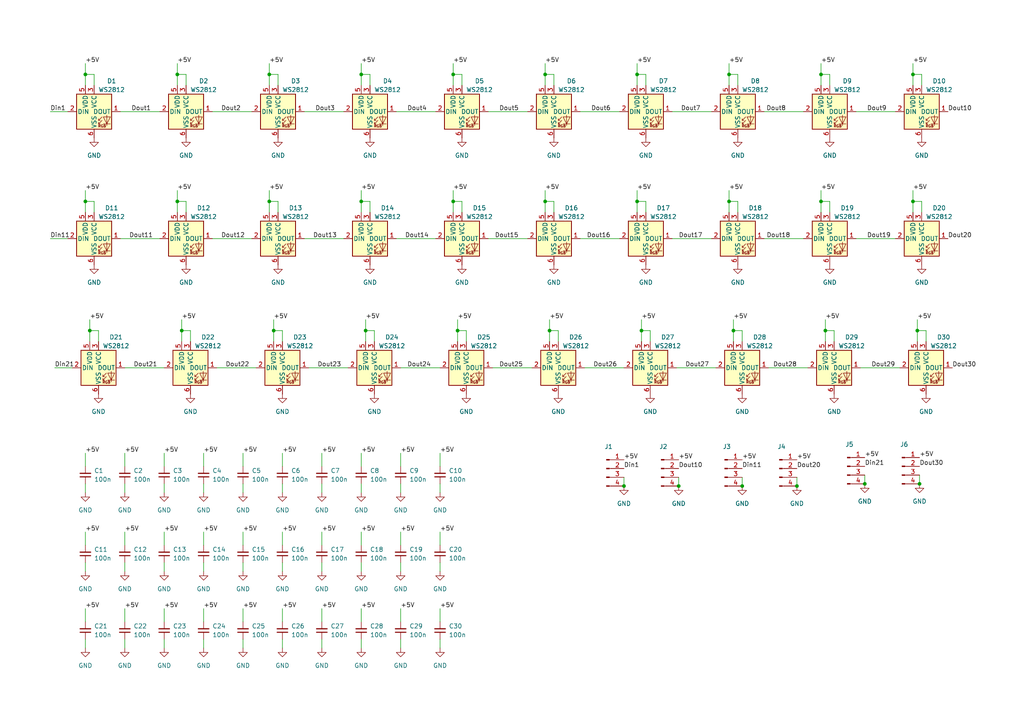
<source format=kicad_sch>
(kicad_sch (version 20230121) (generator eeschema)
  (paper "A4")
  (junction (at 106.045 95.885))
  (junction (at 212.725 95.885))
  (junction (at 215.265 140.97))
  (junction (at 158.115 21.59))
  (junction (at 196.85 140.97))
  (junction (at 104.775 21.59))
  (junction (at 79.375 95.885))
  (junction (at 184.785 21.59))
  (junction (at 264.795 58.42))
  (junction (at 51.435 58.42))
  (junction (at 78.105 58.42))
  (junction (at 132.715 95.885))
  (junction (at 180.975 140.97))
  (junction (at 24.765 58.42))
  (junction (at 158.115 58.42))
  (junction (at 131.445 58.42))
  (junction (at 104.775 58.42))
  (junction (at 78.105 21.59))
  (junction (at 264.795 21.59))
  (junction (at 238.125 58.42))
  (junction (at 186.055 95.885))
  (junction (at 131.445 21.59))
  (junction (at 238.125 21.59))
  (junction (at 239.395 95.885))
  (junction (at 266.065 95.885))
  (junction (at 211.455 58.42))
  (junction (at 231.14 140.97))
  (junction (at 211.455 21.59))
  (junction (at 184.785 58.42))
  (junction (at 266.7 140.335))
  (junction (at 250.825 140.335))
  (junction (at 51.435 21.59))
  (junction (at 24.765 21.59))
  (junction (at 159.385 95.885))
  (junction (at 52.705 95.885))
  (junction (at 26.035 95.885))
  (wire (pts (xy 211.455 55.245) (xy 211.455 58.42)))
  (wire (pts (xy 51.435 55.245) (xy 51.435 58.42)))
  (wire (pts (xy 211.455 21.59) (xy 213.995 21.59)))
  (wire (pts (xy 79.375 95.885) (xy 81.915 95.885)))
  (wire (pts (xy 159.385 95.885) (xy 161.925 95.885)))
  (wire (pts (xy 141.605 32.385) (xy 153.035 32.385)))
  (wire (pts (xy 80.645 21.59) (xy 80.645 24.765)))
  (wire (pts (xy 52.705 92.71) (xy 52.705 95.885)))
  (wire (pts (xy 160.655 58.42) (xy 160.655 61.595)))
  (wire (pts (xy 158.115 58.42) (xy 160.655 58.42)))
  (wire (pts (xy 79.375 92.71) (xy 79.375 95.885)))
  (wire (pts (xy 159.385 95.885) (xy 159.385 99.06)))
  (wire (pts (xy 28.575 95.885) (xy 28.575 99.06)))
  (wire (pts (xy 24.765 131.445) (xy 24.765 135.255)))
  (wire (pts (xy 104.775 58.42) (xy 104.775 61.595)))
  (wire (pts (xy 51.435 21.59) (xy 53.975 21.59)))
  (wire (pts (xy 127.635 154.305) (xy 127.635 158.115)))
  (wire (pts (xy 180.975 138.43) (xy 180.975 140.97)))
  (wire (pts (xy 52.705 95.885) (xy 52.705 99.06)))
  (wire (pts (xy 169.545 106.68) (xy 180.975 106.68)))
  (wire (pts (xy 81.915 176.53) (xy 81.915 180.34)))
  (wire (pts (xy 184.785 58.42) (xy 184.785 61.595)))
  (wire (pts (xy 47.625 185.42) (xy 47.625 187.96)))
  (wire (pts (xy 78.105 58.42) (xy 78.105 61.595)))
  (wire (pts (xy 51.435 58.42) (xy 51.435 61.595)))
  (wire (pts (xy 238.125 55.245) (xy 238.125 58.42)))
  (wire (pts (xy 24.765 58.42) (xy 27.305 58.42)))
  (wire (pts (xy 132.715 95.885) (xy 132.715 99.06)))
  (wire (pts (xy 104.775 185.42) (xy 104.775 187.96)))
  (wire (pts (xy 24.765 185.42) (xy 24.765 187.96)))
  (wire (pts (xy 264.795 58.42) (xy 267.335 58.42)))
  (wire (pts (xy 47.625 176.53) (xy 47.625 180.34)))
  (wire (pts (xy 70.485 140.335) (xy 70.485 142.875)))
  (wire (pts (xy 88.265 69.215) (xy 99.695 69.215)))
  (wire (pts (xy 158.115 21.59) (xy 160.655 21.59)))
  (wire (pts (xy 213.995 58.42) (xy 213.995 61.595)))
  (wire (pts (xy 184.785 18.415) (xy 184.785 21.59)))
  (wire (pts (xy 104.775 131.445) (xy 104.775 135.255)))
  (wire (pts (xy 239.395 95.885) (xy 239.395 99.06)))
  (wire (pts (xy 24.765 18.415) (xy 24.765 21.59)))
  (wire (pts (xy 14.605 69.215) (xy 19.685 69.215)))
  (wire (pts (xy 266.065 92.71) (xy 266.065 95.885)))
  (wire (pts (xy 211.455 58.42) (xy 213.995 58.42)))
  (wire (pts (xy 80.645 58.42) (xy 80.645 61.595)))
  (wire (pts (xy 93.345 140.335) (xy 93.345 142.875)))
  (wire (pts (xy 158.115 58.42) (xy 158.115 61.595)))
  (wire (pts (xy 116.205 154.305) (xy 116.205 158.115)))
  (wire (pts (xy 36.195 154.305) (xy 36.195 158.115)))
  (wire (pts (xy 59.055 185.42) (xy 59.055 187.96)))
  (wire (pts (xy 116.205 176.53) (xy 116.205 180.34)))
  (wire (pts (xy 264.795 58.42) (xy 264.795 61.595)))
  (wire (pts (xy 78.105 55.245) (xy 78.105 58.42)))
  (wire (pts (xy 184.785 58.42) (xy 187.325 58.42)))
  (wire (pts (xy 24.765 21.59) (xy 27.305 21.59)))
  (wire (pts (xy 186.055 95.885) (xy 186.055 99.06)))
  (wire (pts (xy 211.455 58.42) (xy 211.455 61.595)))
  (wire (pts (xy 241.935 95.885) (xy 241.935 99.06)))
  (wire (pts (xy 59.055 154.305) (xy 59.055 158.115)))
  (wire (pts (xy 93.345 163.195) (xy 93.345 165.735)))
  (wire (pts (xy 135.255 95.885) (xy 135.255 99.06)))
  (wire (pts (xy 26.035 95.885) (xy 28.575 95.885)))
  (wire (pts (xy 266.065 95.885) (xy 266.065 99.06)))
  (wire (pts (xy 215.265 95.885) (xy 215.265 99.06)))
  (wire (pts (xy 186.055 95.885) (xy 188.595 95.885)))
  (wire (pts (xy 104.775 21.59) (xy 104.775 24.765)))
  (wire (pts (xy 184.785 21.59) (xy 184.785 24.765)))
  (wire (pts (xy 266.7 137.795) (xy 266.7 140.335)))
  (wire (pts (xy 127.635 131.445) (xy 127.635 135.255)))
  (wire (pts (xy 211.455 18.415) (xy 211.455 21.59)))
  (wire (pts (xy 24.765 163.195) (xy 24.765 165.735)))
  (wire (pts (xy 53.975 58.42) (xy 53.975 61.595)))
  (wire (pts (xy 249.555 106.68) (xy 260.985 106.68)))
  (wire (pts (xy 34.925 69.215) (xy 46.355 69.215)))
  (wire (pts (xy 61.595 69.215) (xy 73.025 69.215)))
  (wire (pts (xy 186.055 92.71) (xy 186.055 95.885)))
  (wire (pts (xy 212.725 95.885) (xy 215.265 95.885)))
  (wire (pts (xy 267.335 21.59) (xy 267.335 24.765)))
  (wire (pts (xy 158.115 18.415) (xy 158.115 21.59)))
  (wire (pts (xy 24.765 55.245) (xy 24.765 58.42)))
  (wire (pts (xy 168.275 32.385) (xy 179.705 32.385)))
  (wire (pts (xy 47.625 131.445) (xy 47.625 135.255)))
  (wire (pts (xy 133.985 21.59) (xy 133.985 24.765)))
  (wire (pts (xy 104.775 163.195) (xy 104.775 165.735)))
  (wire (pts (xy 161.925 95.885) (xy 161.925 99.06)))
  (wire (pts (xy 52.705 95.885) (xy 55.245 95.885)))
  (wire (pts (xy 59.055 140.335) (xy 59.055 142.875)))
  (wire (pts (xy 93.345 154.305) (xy 93.345 158.115)))
  (wire (pts (xy 27.305 58.42) (xy 27.305 61.595)))
  (wire (pts (xy 240.665 58.42) (xy 240.665 61.595)))
  (wire (pts (xy 196.215 106.68) (xy 207.645 106.68)))
  (wire (pts (xy 221.615 32.385) (xy 233.045 32.385)))
  (wire (pts (xy 51.435 58.42) (xy 53.975 58.42)))
  (wire (pts (xy 24.765 176.53) (xy 24.765 180.34)))
  (wire (pts (xy 70.485 185.42) (xy 70.485 187.96)))
  (wire (pts (xy 250.825 137.795) (xy 250.825 140.335)))
  (wire (pts (xy 34.925 32.385) (xy 46.355 32.385)))
  (wire (pts (xy 24.765 21.59) (xy 24.765 24.765)))
  (wire (pts (xy 59.055 163.195) (xy 59.055 165.735)))
  (wire (pts (xy 24.765 154.305) (xy 24.765 158.115)))
  (wire (pts (xy 127.635 176.53) (xy 127.635 180.34)))
  (wire (pts (xy 70.485 131.445) (xy 70.485 135.255)))
  (wire (pts (xy 238.125 18.415) (xy 238.125 21.59)))
  (wire (pts (xy 116.205 131.445) (xy 116.205 135.255)))
  (wire (pts (xy 104.775 58.42) (xy 107.315 58.42)))
  (wire (pts (xy 184.785 21.59) (xy 187.325 21.59)))
  (wire (pts (xy 131.445 18.415) (xy 131.445 21.59)))
  (wire (pts (xy 196.85 138.43) (xy 196.85 140.97)))
  (wire (pts (xy 26.035 95.885) (xy 26.035 99.06)))
  (wire (pts (xy 133.985 58.42) (xy 133.985 61.595)))
  (wire (pts (xy 78.105 58.42) (xy 80.645 58.42)))
  (wire (pts (xy 108.585 95.885) (xy 108.585 99.06)))
  (wire (pts (xy 158.115 55.245) (xy 158.115 58.42)))
  (wire (pts (xy 106.045 92.71) (xy 106.045 95.885)))
  (wire (pts (xy 142.875 106.68) (xy 154.305 106.68)))
  (wire (pts (xy 264.795 21.59) (xy 264.795 24.765)))
  (wire (pts (xy 104.775 18.415) (xy 104.775 21.59)))
  (wire (pts (xy 24.765 58.42) (xy 24.765 61.595)))
  (wire (pts (xy 248.285 32.385) (xy 259.715 32.385)))
  (wire (pts (xy 211.455 21.59) (xy 211.455 24.765)))
  (wire (pts (xy 127.635 185.42) (xy 127.635 187.96)))
  (wire (pts (xy 238.125 21.59) (xy 238.125 24.765)))
  (wire (pts (xy 104.775 176.53) (xy 104.775 180.34)))
  (wire (pts (xy 264.795 18.415) (xy 264.795 21.59)))
  (wire (pts (xy 36.195 163.195) (xy 36.195 165.735)))
  (wire (pts (xy 81.915 163.195) (xy 81.915 165.735)))
  (wire (pts (xy 78.105 21.59) (xy 80.645 21.59)))
  (wire (pts (xy 131.445 21.59) (xy 133.985 21.59)))
  (wire (pts (xy 70.485 163.195) (xy 70.485 165.735)))
  (wire (pts (xy 267.335 58.42) (xy 267.335 61.595)))
  (wire (pts (xy 14.605 32.385) (xy 19.685 32.385)))
  (wire (pts (xy 47.625 140.335) (xy 47.625 142.875)))
  (wire (pts (xy 59.055 176.53) (xy 59.055 180.34)))
  (wire (pts (xy 15.875 106.68) (xy 20.955 106.68)))
  (wire (pts (xy 215.265 138.43) (xy 215.265 140.97)))
  (wire (pts (xy 106.045 95.885) (xy 108.585 95.885)))
  (wire (pts (xy 81.915 95.885) (xy 81.915 99.06)))
  (wire (pts (xy 36.195 140.335) (xy 36.195 142.875)))
  (wire (pts (xy 89.535 106.68) (xy 100.965 106.68)))
  (wire (pts (xy 141.605 69.215) (xy 153.035 69.215)))
  (wire (pts (xy 59.055 131.445) (xy 59.055 135.255)))
  (wire (pts (xy 159.385 92.71) (xy 159.385 95.885)))
  (wire (pts (xy 104.775 21.59) (xy 107.315 21.59)))
  (wire (pts (xy 266.065 95.885) (xy 268.605 95.885)))
  (wire (pts (xy 81.915 185.42) (xy 81.915 187.96)))
  (wire (pts (xy 240.665 21.59) (xy 240.665 24.765)))
  (wire (pts (xy 160.655 21.59) (xy 160.655 24.765)))
  (wire (pts (xy 131.445 58.42) (xy 133.985 58.42)))
  (wire (pts (xy 51.435 21.59) (xy 51.435 24.765)))
  (wire (pts (xy 36.195 185.42) (xy 36.195 187.96)))
  (wire (pts (xy 78.105 18.415) (xy 78.105 21.59)))
  (wire (pts (xy 116.205 140.335) (xy 116.205 142.875)))
  (wire (pts (xy 213.995 21.59) (xy 213.995 24.765)))
  (wire (pts (xy 104.775 55.245) (xy 104.775 58.42)))
  (wire (pts (xy 78.105 21.59) (xy 78.105 24.765)))
  (wire (pts (xy 116.205 106.68) (xy 127.635 106.68)))
  (wire (pts (xy 36.195 131.445) (xy 36.195 135.255)))
  (wire (pts (xy 238.125 58.42) (xy 238.125 61.595)))
  (wire (pts (xy 238.125 58.42) (xy 240.665 58.42)))
  (wire (pts (xy 55.245 95.885) (xy 55.245 99.06)))
  (wire (pts (xy 93.345 185.42) (xy 93.345 187.96)))
  (wire (pts (xy 93.345 131.445) (xy 93.345 135.255)))
  (wire (pts (xy 53.975 21.59) (xy 53.975 24.765)))
  (wire (pts (xy 127.635 140.335) (xy 127.635 142.875)))
  (wire (pts (xy 238.125 21.59) (xy 240.665 21.59)))
  (wire (pts (xy 81.915 140.335) (xy 81.915 142.875)))
  (wire (pts (xy 231.14 138.43) (xy 231.14 140.97)))
  (wire (pts (xy 24.765 140.335) (xy 24.765 142.875)))
  (wire (pts (xy 131.445 58.42) (xy 131.445 61.595)))
  (wire (pts (xy 51.435 18.415) (xy 51.435 21.59)))
  (wire (pts (xy 187.325 21.59) (xy 187.325 24.765)))
  (wire (pts (xy 114.935 32.385) (xy 126.365 32.385)))
  (wire (pts (xy 107.315 58.42) (xy 107.315 61.595)))
  (wire (pts (xy 264.795 55.245) (xy 264.795 58.42)))
  (wire (pts (xy 70.485 154.305) (xy 70.485 158.115)))
  (wire (pts (xy 104.775 154.305) (xy 104.775 158.115)))
  (wire (pts (xy 36.195 176.53) (xy 36.195 180.34)))
  (wire (pts (xy 70.485 176.53) (xy 70.485 180.34)))
  (wire (pts (xy 36.195 106.68) (xy 47.625 106.68)))
  (wire (pts (xy 61.595 32.385) (xy 73.025 32.385)))
  (wire (pts (xy 222.885 106.68) (xy 234.315 106.68)))
  (wire (pts (xy 158.115 21.59) (xy 158.115 24.765)))
  (wire (pts (xy 106.045 95.885) (xy 106.045 99.06)))
  (wire (pts (xy 26.035 92.71) (xy 26.035 95.885)))
  (wire (pts (xy 47.625 163.195) (xy 47.625 165.735)))
  (wire (pts (xy 132.715 95.885) (xy 135.255 95.885)))
  (wire (pts (xy 79.375 95.885) (xy 79.375 99.06)))
  (wire (pts (xy 27.305 21.59) (xy 27.305 24.765)))
  (wire (pts (xy 268.605 95.885) (xy 268.605 99.06)))
  (wire (pts (xy 47.625 154.305) (xy 47.625 158.115)))
  (wire (pts (xy 131.445 21.59) (xy 131.445 24.765)))
  (wire (pts (xy 81.915 131.445) (xy 81.915 135.255)))
  (wire (pts (xy 93.345 176.53) (xy 93.345 180.34)))
  (wire (pts (xy 194.945 69.215) (xy 206.375 69.215)))
  (wire (pts (xy 127.635 163.195) (xy 127.635 165.735)))
  (wire (pts (xy 114.935 69.215) (xy 126.365 69.215)))
  (wire (pts (xy 212.725 92.71) (xy 212.725 95.885)))
  (wire (pts (xy 264.795 21.59) (xy 267.335 21.59)))
  (wire (pts (xy 221.615 69.215) (xy 233.045 69.215)))
  (wire (pts (xy 116.205 185.42) (xy 116.205 187.96)))
  (wire (pts (xy 194.945 32.385) (xy 206.375 32.385)))
  (wire (pts (xy 132.715 92.71) (xy 132.715 95.885)))
  (wire (pts (xy 239.395 92.71) (xy 239.395 95.885)))
  (wire (pts (xy 187.325 58.42) (xy 187.325 61.595)))
  (wire (pts (xy 107.315 21.59) (xy 107.315 24.765)))
  (wire (pts (xy 184.785 55.245) (xy 184.785 58.42)))
  (wire (pts (xy 62.865 106.68) (xy 74.295 106.68)))
  (wire (pts (xy 88.265 32.385) (xy 99.695 32.385)))
  (wire (pts (xy 131.445 55.245) (xy 131.445 58.42)))
  (wire (pts (xy 248.285 69.215) (xy 259.715 69.215)))
  (wire (pts (xy 116.205 163.195) (xy 116.205 165.735)))
  (wire (pts (xy 81.915 154.305) (xy 81.915 158.115)))
  (wire (pts (xy 239.395 95.885) (xy 241.935 95.885)))
  (wire (pts (xy 212.725 95.885) (xy 212.725 99.06)))
  (wire (pts (xy 104.775 140.335) (xy 104.775 142.875)))
  (wire (pts (xy 188.595 95.885) (xy 188.595 99.06)))
  (wire (pts (xy 168.275 69.215) (xy 179.705 69.215)))
  (label "Din21" (at 15.875 106.68 0))
  (label "+5V" (at 158.115 18.415 0))
  (label "+5V" (at 158.115 55.245 0))
  (label "+5V" (at 59.055 154.305 0))
  (label "+5V" (at 211.455 18.415 0))
  (label "+5V" (at 231.14 133.35 0))
  (label "+5V" (at 239.395 92.71 0))
  (label "+5V" (at 184.785 18.415 0))
  (label "+5V" (at 93.345 131.445 0))
  (label "+5V" (at 51.435 18.415 0))
  (label "+5V" (at 52.705 92.71 0))
  (label "+5V" (at 93.345 154.305 0))
  (label "Dout18" (at 229.235 69.215 180))
  (label "Dout14" (at 117.475 69.215 0))
  (label "+5V" (at 36.195 131.445 0))
  (label "+5V" (at 196.85 133.35 0))
  (label "Dout23" (at 92.075 106.68 0))
  (label "+5V" (at 79.375 92.71 0))
  (label "+5V" (at 24.765 131.445 0))
  (label "+5V" (at 264.795 55.245 0))
  (label "Dout29" (at 252.73 106.68 0))
  (label "Dout3" (at 91.44 32.385 0))
  (label "+5V" (at 159.385 92.71 0))
  (label "+5V" (at 238.125 55.245 0))
  (label "+5V" (at 81.915 131.445 0))
  (label "+5V" (at 180.975 133.35 0))
  (label "+5V" (at 127.635 176.53 0))
  (label "Dout10" (at 196.85 135.89 0))
  (label "+5V" (at 70.485 154.305 0))
  (label "+5V" (at 93.345 176.53 0))
  (label "Dout8" (at 227.965 32.385 180))
  (label "+5V" (at 47.625 154.305 0))
  (label "+5V" (at 78.105 55.245 0))
  (label "+5V" (at 47.625 131.445 0))
  (label "+5V" (at 104.775 131.445 0))
  (label "+5V" (at 51.435 55.245 0))
  (label "+5V" (at 127.635 154.305 0))
  (label "+5V" (at 116.205 154.305 0))
  (label "+5V" (at 127.635 131.445 0))
  (label "Dout11" (at 37.465 69.215 0))
  (label "Dout17" (at 196.85 69.215 0))
  (label "+5V" (at 104.775 176.53 0))
  (label "+5V" (at 59.055 131.445 0))
  (label "Din1" (at 14.605 32.385 0))
  (label "+5V" (at 24.765 55.245 0))
  (label "+5V" (at 104.775 154.305 0))
  (label "+5V" (at 132.715 92.71 0))
  (label "+5V" (at 266.7 132.715 0))
  (label "+5V" (at 47.625 176.53 0))
  (label "+5V" (at 116.205 131.445 0))
  (label "+5V" (at 266.065 92.71 0))
  (label "Dout9" (at 251.46 32.385 0))
  (label "+5V" (at 26.035 92.71 0))
  (label "+5V" (at 59.055 176.53 0))
  (label "+5V" (at 81.915 176.53 0))
  (label "+5V" (at 78.105 18.415 0))
  (label "Dout6" (at 171.45 32.385 0))
  (label "+5V" (at 106.045 92.71 0))
  (label "+5V" (at 186.055 92.71 0))
  (label "+5V" (at 116.205 176.53 0))
  (label "+5V" (at 131.445 55.245 0))
  (label "Dout26" (at 172.085 106.68 0))
  (label "+5V" (at 70.485 131.445 0))
  (label "Dout21" (at 38.735 106.68 0))
  (label "+5V" (at 81.915 154.305 0))
  (label "+5V" (at 212.725 92.71 0))
  (label "Dout27" (at 198.755 106.68 0))
  (label "+5V" (at 104.775 55.245 0))
  (label "Dout30" (at 276.225 106.68 0))
  (label "Dout22" (at 65.405 106.68 0))
  (label "Dout7" (at 197.485 32.385 0))
  (label "Dout16" (at 170.18 69.215 0))
  (label "Din1" (at 180.975 135.89 0))
  (label "Dout15" (at 143.51 69.215 0))
  (label "+5V" (at 24.765 176.53 0))
  (label "Dout19" (at 251.46 69.215 0))
  (label "+5V" (at 24.765 154.305 0))
  (label "Dout13" (at 90.805 69.215 0))
  (label "+5V" (at 250.825 132.715 0))
  (label "+5V" (at 24.765 18.415 0))
  (label "+5V" (at 36.195 154.305 0))
  (label "Dout10" (at 274.955 32.385 0))
  (label "+5V" (at 184.785 55.245 0))
  (label "Din11" (at 215.265 135.89 0))
  (label "+5V" (at 264.795 18.415 0))
  (label "+5V" (at 70.485 176.53 0))
  (label "Dout4" (at 118.11 32.385 0))
  (label "+5V" (at 36.195 176.53 0))
  (label "Dout5" (at 144.78 32.385 0))
  (label "Dout1" (at 38.1 32.385 0))
  (label "Dout12" (at 64.135 69.215 0))
  (label "+5V" (at 131.445 18.415 0))
  (label "Din11" (at 14.605 69.215 0))
  (label "Dout20" (at 274.955 69.215 0))
  (label "Din21" (at 250.825 135.255 0))
  (label "Dout24" (at 118.11 106.68 0))
  (label "+5V" (at 238.125 18.415 0))
  (label "Dout20" (at 231.14 135.89 0))
  (label "Dout28" (at 231.14 106.68 180))
  (label "+5V" (at 211.455 55.245 0))
  (label "+5V" (at 104.775 18.415 0))
  (label "Dout30" (at 266.7 135.255 0))
  (label "Dout2" (at 64.135 32.385 0))
  (label "+5V" (at 215.265 133.35 0))
  (label "Dout25" (at 144.78 106.68 0))
  (symbol (lib_id "power:GND") (at 213.995 76.835 0) (unit 1)
    (property "Reference" "#PWR027" (effects hide))
    (property "Value" "GND" (at 213.995 81.915 0))
  )
  (symbol (lib_id "LED:WS2812") (at 108.585 106.68 0) (unit 1)
    (property "Reference" "D24" (at 113.665 97.79 0))
    (property "Value" "WS2812" (at 113.665 100.33 0))
    (property "Footprint" "LED_SMD:LED_WS2812_PLCC6_5.0x5.0mm_P1.6mm" (effects hide))
    (property "Datasheet" "https://cdn-shop.adafruit.com/datasheets/WS2812.pdf" (effects hide))
    (property "LCSC" "C2843785" (effects hide))
  )
  (symbol (lib_id "power:GND") (at 93.345 187.96 0) (unit 1)
    (property "Reference" "#PWR063" (effects hide))
    (property "Value" "GND" (at 93.345 193.04 0))
  )
  (symbol (lib_id "power:GND") (at 59.055 187.96 0) (unit 1)
    (property "Reference" "#PWR060" (effects hide))
    (property "Value" "GND" (at 59.055 193.04 0))
  )
  (symbol (lib_id "power:GND") (at 135.255 114.3 0) (unit 1)
    (property "Reference" "#PWR034" (effects hide))
    (property "Value" "GND" (at 135.255 119.38 0))
  )
  (symbol (lib_id "LED:WS2812") (at 188.595 106.68 0) (unit 1)
    (property "Reference" "D27" (at 193.675 97.79 0))
    (property "Value" "WS2812" (at 193.675 100.33 0))
    (property "Footprint" "LED_SMD:LED_WS2812_PLCC6_5.0x5.0mm_P1.6mm" (effects hide))
    (property "Datasheet" "https://cdn-shop.adafruit.com/datasheets/WS2812.pdf" (effects hide))
    (property "LCSC" "C2843785" (effects hide))
  )
  (symbol (lib_id "Device:C_Small") (at 59.055 182.88 180) (unit 1)
    (property "Reference" "C24" (at 61.595 181.6035 0) (effects (justify right)))
    (property "Value" "100n" (at 61.595 184.1435 0) (effects (justify right)))
    (property "Footprint" "Capacitor_SMD:C_0603_1608Metric" (effects hide))
    (property "Datasheet" "https://datasheet.lcsc.com/lcsc/1809301912_YAGEO-CC0603KRX7R9BB104_C14663.pdf" (effects hide))
    (property "Price" "0.0020" (effects hide))
    (property "LCSC" "C49678" (effects hide))
    (property "Extended" "0" (effects hide))
    (property "Populate" "Yes" (effects hide))
  )
  (symbol (lib_id "LED:WS2812") (at 53.975 69.215 0) (unit 1)
    (property "Reference" "D12" (at 59.055 60.325 0))
    (property "Value" "WS2812" (at 59.055 62.865 0))
    (property "Footprint" "LED_SMD:LED_WS2812_PLCC6_5.0x5.0mm_P1.6mm" (effects hide))
    (property "Datasheet" "https://cdn-shop.adafruit.com/datasheets/WS2812.pdf" (effects hide))
    (property "LCSC" "C2843785" (effects hide))
  )
  (symbol (lib_id "Device:C_Small") (at 70.485 182.88 180) (unit 1)
    (property "Reference" "C25" (at 73.025 181.6035 0) (effects (justify right)))
    (property "Value" "100n" (at 73.025 184.1435 0) (effects (justify right)))
    (property "Footprint" "Capacitor_SMD:C_0603_1608Metric" (effects hide))
    (property "Datasheet" "https://datasheet.lcsc.com/lcsc/1809301912_YAGEO-CC0603KRX7R9BB104_C14663.pdf" (effects hide))
    (property "Price" "0.0020" (effects hide))
    (property "LCSC" "C49678" (effects hide))
    (property "Extended" "0" (effects hide))
    (property "Populate" "Yes" (effects hide))
  )
  (symbol (lib_id "Device:C_Small") (at 116.205 160.655 180) (unit 1)
    (property "Reference" "C19" (at 118.745 159.3785 0) (effects (justify right)))
    (property "Value" "100n" (at 118.745 161.9185 0) (effects (justify right)))
    (property "Footprint" "Capacitor_SMD:C_0603_1608Metric" (effects hide))
    (property "Datasheet" "https://datasheet.lcsc.com/lcsc/1809301912_YAGEO-CC0603KRX7R9BB104_C14663.pdf" (effects hide))
    (property "Price" "0.0020" (effects hide))
    (property "LCSC" "C49678" (effects hide))
    (property "Extended" "0" (effects hide))
    (property "Populate" "Yes" (effects hide))
  )
  (symbol (lib_id "power:GND") (at 267.335 40.005 0) (unit 1)
    (property "Reference" "#PWR019" (effects hide))
    (property "Value" "GND" (at 267.335 45.085 0))
  )
  (symbol (lib_id "LED:WS2812") (at 55.245 106.68 0) (unit 1)
    (property "Reference" "D22" (at 60.325 97.79 0))
    (property "Value" "WS2812" (at 60.325 100.33 0))
    (property "Footprint" "LED_SMD:LED_WS2812_PLCC6_5.0x5.0mm_P1.6mm" (effects hide))
    (property "Datasheet" "https://cdn-shop.adafruit.com/datasheets/WS2812.pdf" (effects hide))
    (property "LCSC" "C2843785" (effects hide))
  )
  (symbol (lib_id "Device:C_Small") (at 24.765 160.655 180) (unit 1)
    (property "Reference" "C11" (at 27.305 159.3785 0) (effects (justify right)))
    (property "Value" "100n" (at 27.305 161.9185 0) (effects (justify right)))
    (property "Footprint" "Capacitor_SMD:C_0603_1608Metric" (effects hide))
    (property "Datasheet" "https://datasheet.lcsc.com/lcsc/1809301912_YAGEO-CC0603KRX7R9BB104_C14663.pdf" (effects hide))
    (property "Price" "0.0020" (effects hide))
    (property "LCSC" "C49678" (effects hide))
    (property "Extended" "0" (effects hide))
    (property "Populate" "Yes" (effects hide))
  )
  (symbol (lib_id "power:GND") (at 53.975 40.005 0) (unit 1)
    (property "Reference" "#PWR011" (effects hide))
    (property "Value" "GND" (at 53.975 45.085 0))
  )
  (symbol (lib_id "LED:WS2812") (at 28.575 106.68 0) (unit 1)
    (property "Reference" "D21" (at 33.655 97.79 0))
    (property "Value" "WS2812" (at 33.655 100.33 0))
    (property "Footprint" "LED_SMD:LED_WS2812_PLCC6_5.0x5.0mm_P1.6mm" (effects hide))
    (property "Datasheet" "https://cdn-shop.adafruit.com/datasheets/WS2812.pdf" (effects hide))
    (property "LCSC" "C2843785" (effects hide))
  )
  (symbol (lib_id "Device:C_Small") (at 116.205 182.88 180) (unit 1)
    (property "Reference" "C29" (at 118.745 181.6035 0) (effects (justify right)))
    (property "Value" "100n" (at 118.745 184.1435 0) (effects (justify right)))
    (property "Footprint" "Capacitor_SMD:C_0603_1608Metric" (effects hide))
    (property "Datasheet" "https://datasheet.lcsc.com/lcsc/1809301912_YAGEO-CC0603KRX7R9BB104_C14663.pdf" (effects hide))
    (property "Price" "0.0020" (effects hide))
    (property "LCSC" "C49678" (effects hide))
    (property "Extended" "0" (effects hide))
    (property "Populate" "Yes" (effects hide))
  )
  (symbol (lib_id "power:GND") (at 80.645 40.005 0) (unit 1)
    (property "Reference" "#PWR012" (effects hide))
    (property "Value" "GND" (at 80.645 45.085 0))
  )
  (symbol (lib_id "power:GND") (at 104.775 165.735 0) (unit 1)
    (property "Reference" "#PWR054" (effects hide))
    (property "Value" "GND" (at 104.775 170.815 0))
  )
  (symbol (lib_id "power:GND") (at 187.325 76.835 0) (unit 1)
    (property "Reference" "#PWR026" (effects hide))
    (property "Value" "GND" (at 187.325 81.915 0))
  )
  (symbol (lib_id "power:GND") (at 81.915 165.735 0) (unit 1)
    (property "Reference" "#PWR052" (effects hide))
    (property "Value" "GND" (at 81.915 170.815 0))
  )
  (symbol (lib_id "power:GND") (at 81.915 142.875 0) (unit 1)
    (property "Reference" "#PWR07" (effects hide))
    (property "Value" "GND" (at 81.915 147.955 0))
  )
  (symbol (lib_id "power:GND") (at 188.595 114.3 0) (unit 1)
    (property "Reference" "#PWR036" (effects hide))
    (property "Value" "GND" (at 188.595 119.38 0))
  )
  (symbol (lib_id "Device:C_Small") (at 36.195 160.655 180) (unit 1)
    (property "Reference" "C12" (at 38.735 159.3785 0) (effects (justify right)))
    (property "Value" "100n" (at 38.735 161.9185 0) (effects (justify right)))
    (property "Footprint" "Capacitor_SMD:C_0603_1608Metric" (effects hide))
    (property "Datasheet" "https://datasheet.lcsc.com/lcsc/1809301912_YAGEO-CC0603KRX7R9BB104_C14663.pdf" (effects hide))
    (property "Price" "0.0020" (effects hide))
    (property "LCSC" "C49678" (effects hide))
    (property "Extended" "0" (effects hide))
    (property "Populate" "Yes" (effects hide))
  )
  (symbol (lib_id "Device:C_Small") (at 47.625 137.795 180) (unit 1)
    (property "Reference" "C3" (at 50.165 136.5185 0) (effects (justify right)))
    (property "Value" "100n" (at 50.165 139.0585 0) (effects (justify right)))
    (property "Footprint" "Capacitor_SMD:C_0603_1608Metric" (effects hide))
    (property "Datasheet" "https://datasheet.lcsc.com/lcsc/1809301912_YAGEO-CC0603KRX7R9BB104_C14663.pdf" (effects hide))
    (property "Price" "0.0020" (effects hide))
    (property "LCSC" "C49678" (effects hide))
    (property "Extended" "0" (effects hide))
    (property "Populate" "Yes" (effects hide))
  )
  (symbol (lib_id "Device:C_Small") (at 127.635 160.655 180) (unit 1)
    (property "Reference" "C20" (at 130.175 159.3785 0) (effects (justify right)))
    (property "Value" "100n" (at 130.175 161.9185 0) (effects (justify right)))
    (property "Footprint" "Capacitor_SMD:C_0603_1608Metric" (effects hide))
    (property "Datasheet" "https://datasheet.lcsc.com/lcsc/1809301912_YAGEO-CC0603KRX7R9BB104_C14663.pdf" (effects hide))
    (property "Price" "0.0020" (effects hide))
    (property "LCSC" "C49678" (effects hide))
    (property "Extended" "0" (effects hide))
    (property "Populate" "Yes" (effects hide))
  )
  (symbol (lib_id "LED:WS2812") (at 107.315 69.215 0) (unit 1)
    (property "Reference" "D14" (at 112.395 60.325 0))
    (property "Value" "WS2812" (at 112.395 62.865 0))
    (property "Footprint" "LED_SMD:LED_WS2812_PLCC6_5.0x5.0mm_P1.6mm" (effects hide))
    (property "Datasheet" "https://cdn-shop.adafruit.com/datasheets/WS2812.pdf" (effects hide))
    (property "LCSC" "C2843785" (effects hide))
  )
  (symbol (lib_id "Device:C_Small") (at 47.625 160.655 180) (unit 1)
    (property "Reference" "C13" (at 50.165 159.3785 0) (effects (justify right)))
    (property "Value" "100n" (at 50.165 161.9185 0) (effects (justify right)))
    (property "Footprint" "Capacitor_SMD:C_0603_1608Metric" (effects hide))
    (property "Datasheet" "https://datasheet.lcsc.com/lcsc/1809301912_YAGEO-CC0603KRX7R9BB104_C14663.pdf" (effects hide))
    (property "Price" "0.0020" (effects hide))
    (property "LCSC" "C49678" (effects hide))
    (property "Extended" "0" (effects hide))
    (property "Populate" "Yes" (effects hide))
  )
  (symbol (lib_id "power:GND") (at 133.985 40.005 0) (unit 1)
    (property "Reference" "#PWR014" (effects hide))
    (property "Value" "GND" (at 133.985 45.085 0))
  )
  (symbol (lib_id "Device:C_Small") (at 70.485 160.655 180) (unit 1)
    (property "Reference" "C15" (at 73.025 159.3785 0) (effects (justify right)))
    (property "Value" "100n" (at 73.025 161.9185 0) (effects (justify right)))
    (property "Footprint" "Capacitor_SMD:C_0603_1608Metric" (effects hide))
    (property "Datasheet" "https://datasheet.lcsc.com/lcsc/1809301912_YAGEO-CC0603KRX7R9BB104_C14663.pdf" (effects hide))
    (property "Price" "0.0020" (effects hide))
    (property "LCSC" "C49678" (effects hide))
    (property "Extended" "0" (effects hide))
    (property "Populate" "Yes" (effects hide))
  )
  (symbol (lib_id "Device:C_Small") (at 81.915 137.795 180) (unit 1)
    (property "Reference" "C6" (at 84.455 136.5185 0) (effects (justify right)))
    (property "Value" "100n" (at 84.455 139.0585 0) (effects (justify right)))
    (property "Footprint" "Capacitor_SMD:C_0603_1608Metric" (effects hide))
    (property "Datasheet" "https://datasheet.lcsc.com/lcsc/1809301912_YAGEO-CC0603KRX7R9BB104_C14663.pdf" (effects hide))
    (property "Price" "0.0020" (effects hide))
    (property "LCSC" "C49678" (effects hide))
    (property "Extended" "0" (effects hide))
    (property "Populate" "Yes" (effects hide))
  )
  (symbol (lib_id "power:GND") (at 187.325 40.005 0) (unit 1)
    (property "Reference" "#PWR016" (effects hide))
    (property "Value" "GND" (at 187.325 45.085 0))
  )
  (symbol (lib_id "Device:C_Small") (at 116.205 137.795 180) (unit 1)
    (property "Reference" "C9" (at 118.745 136.5185 0) (effects (justify right)))
    (property "Value" "100n" (at 118.745 139.0585 0) (effects (justify right)))
    (property "Footprint" "Capacitor_SMD:C_0603_1608Metric" (effects hide))
    (property "Datasheet" "https://datasheet.lcsc.com/lcsc/1809301912_YAGEO-CC0603KRX7R9BB104_C14663.pdf" (effects hide))
    (property "Price" "0.0020" (effects hide))
    (property "LCSC" "C49678" (effects hide))
    (property "Extended" "0" (effects hide))
    (property "Populate" "Yes" (effects hide))
  )
  (symbol (lib_id "LED:WS2812") (at 215.265 106.68 0) (unit 1)
    (property "Reference" "D28" (at 220.345 97.79 0))
    (property "Value" "WS2812" (at 220.345 100.33 0))
    (property "Footprint" "LED_SMD:LED_WS2812_PLCC6_5.0x5.0mm_P1.6mm" (effects hide))
    (property "Datasheet" "https://cdn-shop.adafruit.com/datasheets/WS2812.pdf" (effects hide))
    (property "LCSC" "C2843785" (effects hide))
  )
  (symbol (lib_id "power:GND") (at 116.205 187.96 0) (unit 1)
    (property "Reference" "#PWR065" (effects hide))
    (property "Value" "GND" (at 116.205 193.04 0))
  )
  (symbol (lib_id "power:GND") (at 213.995 40.005 0) (unit 1)
    (property "Reference" "#PWR017" (effects hide))
    (property "Value" "GND" (at 213.995 45.085 0))
  )
  (symbol (lib_id "power:GND") (at 107.315 76.835 0) (unit 1)
    (property "Reference" "#PWR023" (effects hide))
    (property "Value" "GND" (at 107.315 81.915 0))
  )
  (symbol (lib_id "power:GND") (at 267.335 76.835 0) (unit 1)
    (property "Reference" "#PWR029" (effects hide))
    (property "Value" "GND" (at 267.335 81.915 0))
  )
  (symbol (lib_id "power:GND") (at 196.85 140.97 0) (unit 1)
    (property "Reference" "#PWR040" (effects hide))
    (property "Value" "GND" (at 196.85 146.05 0))
  )
  (symbol (lib_id "LED:WS2812") (at 161.925 106.68 0) (unit 1)
    (property "Reference" "D26" (at 167.005 97.79 0))
    (property "Value" "WS2812" (at 167.005 100.33 0))
    (property "Footprint" "LED_SMD:LED_WS2812_PLCC6_5.0x5.0mm_P1.6mm" (effects hide))
    (property "Datasheet" "https://cdn-shop.adafruit.com/datasheets/WS2812.pdf" (effects hide))
    (property "LCSC" "C2843785" (effects hide))
  )
  (symbol (lib_id "Device:C_Small") (at 24.765 137.795 180) (unit 1)
    (property "Reference" "C1" (at 27.305 136.5185 0) (effects (justify right)))
    (property "Value" "100n" (at 27.305 139.0585 0) (effects (justify right)))
    (property "Footprint" "Capacitor_SMD:C_0603_1608Metric" (effects hide))
    (property "Datasheet" "https://datasheet.lcsc.com/lcsc/1809301912_YAGEO-CC0603KRX7R9BB104_C14663.pdf" (effects hide))
    (property "Price" "0.0020" (effects hide))
    (property "LCSC" "C49678" (effects hide))
    (property "Extended" "0" (effects hide))
    (property "Populate" "Yes" (effects hide))
  )
  (symbol (lib_id "LED:WS2812") (at 135.255 106.68 0) (unit 1)
    (property "Reference" "D25" (at 140.335 97.79 0))
    (property "Value" "WS2812" (at 140.335 100.33 0))
    (property "Footprint" "LED_SMD:LED_WS2812_PLCC6_5.0x5.0mm_P1.6mm" (effects hide))
    (property "Datasheet" "https://cdn-shop.adafruit.com/datasheets/WS2812.pdf" (effects hide))
    (property "LCSC" "C2843785" (effects hide))
  )
  (symbol (lib_id "power:GND") (at 36.195 142.875 0) (unit 1)
    (property "Reference" "#PWR03" (effects hide))
    (property "Value" "GND" (at 36.195 147.955 0))
  )
  (symbol (lib_id "power:GND") (at 104.775 187.96 0) (unit 1)
    (property "Reference" "#PWR064" (effects hide))
    (property "Value" "GND" (at 104.775 193.04 0))
  )
  (symbol (lib_id "power:GND") (at 250.825 140.335 0) (unit 1)
    (property "Reference" "#PWR043" (effects hide))
    (property "Value" "GND" (at 250.825 145.415 0))
  )
  (symbol (lib_id "power:GND") (at 70.485 165.735 0) (unit 1)
    (property "Reference" "#PWR051" (effects hide))
    (property "Value" "GND" (at 70.485 170.815 0))
  )
  (symbol (lib_id "power:GND") (at 93.345 165.735 0) (unit 1)
    (property "Reference" "#PWR053" (effects hide))
    (property "Value" "GND" (at 93.345 170.815 0))
  )
  (symbol (lib_id "Device:C_Small") (at 93.345 137.795 180) (unit 1)
    (property "Reference" "C7" (at 95.885 136.5185 0) (effects (justify right)))
    (property "Value" "100n" (at 95.885 139.0585 0) (effects (justify right)))
    (property "Footprint" "Capacitor_SMD:C_0603_1608Metric" (effects hide))
    (property "Datasheet" "https://datasheet.lcsc.com/lcsc/1809301912_YAGEO-CC0603KRX7R9BB104_C14663.pdf" (effects hide))
    (property "Price" "0.0020" (effects hide))
    (property "LCSC" "C49678" (effects hide))
    (property "Extended" "0" (effects hide))
    (property "Populate" "Yes" (effects hide))
  )
  (symbol (lib_id "LED:WS2812") (at 268.605 106.68 0) (unit 1)
    (property "Reference" "D30" (at 273.685 97.79 0))
    (property "Value" "WS2812" (at 273.685 100.33 0))
    (property "Footprint" "LED_SMD:LED_WS2812_PLCC6_5.0x5.0mm_P1.6mm" (effects hide))
    (property "Datasheet" "https://cdn-shop.adafruit.com/datasheets/WS2812.pdf" (effects hide))
    (property "LCSC" "C2843785" (effects hide))
  )
  (symbol (lib_id "Device:C_Small") (at 59.055 137.795 180) (unit 1)
    (property "Reference" "C4" (at 61.595 136.5185 0) (effects (justify right)))
    (property "Value" "100n" (at 61.595 139.0585 0) (effects (justify right)))
    (property "Footprint" "Capacitor_SMD:C_0603_1608Metric" (effects hide))
    (property "Datasheet" "https://datasheet.lcsc.com/lcsc/1809301912_YAGEO-CC0603KRX7R9BB104_C14663.pdf" (effects hide))
    (property "Price" "0.0020" (effects hide))
    (property "LCSC" "C49678" (effects hide))
    (property "Extended" "0" (effects hide))
    (property "Populate" "Yes" (effects hide))
  )
  (symbol (lib_id "power:GND") (at 241.935 114.3 0) (unit 1)
    (property "Reference" "#PWR038" (effects hide))
    (property "Value" "GND" (at 241.935 119.38 0))
  )
  (symbol (lib_id "power:GND") (at 27.305 40.005 0) (unit 1)
    (property "Reference" "#PWR010" (effects hide))
    (property "Value" "GND" (at 27.305 45.085 0))
  )
  (symbol (lib_id "power:GND") (at 47.625 165.735 0) (unit 1)
    (property "Reference" "#PWR049" (effects hide))
    (property "Value" "GND" (at 47.625 170.815 0))
  )
  (symbol (lib_id "LED:WS2812") (at 241.935 106.68 0) (unit 1)
    (property "Reference" "D29" (at 247.015 97.79 0))
    (property "Value" "WS2812" (at 247.015 100.33 0))
    (property "Footprint" "LED_SMD:LED_WS2812_PLCC6_5.0x5.0mm_P1.6mm" (effects hide))
    (property "Datasheet" "https://cdn-shop.adafruit.com/datasheets/WS2812.pdf" (effects hide))
    (property "LCSC" "C2843785" (effects hide))
  )
  (symbol (lib_id "Device:C_Small") (at 47.625 182.88 180) (unit 1)
    (property "Reference" "C23" (at 50.165 181.6035 0) (effects (justify right)))
    (property "Value" "100n" (at 50.165 184.1435 0) (effects (justify right)))
    (property "Footprint" "Capacitor_SMD:C_0603_1608Metric" (effects hide))
    (property "Datasheet" "https://datasheet.lcsc.com/lcsc/1809301912_YAGEO-CC0603KRX7R9BB104_C14663.pdf" (effects hide))
    (property "Price" "0.0020" (effects hide))
    (property "LCSC" "C49678" (effects hide))
    (property "Extended" "0" (effects hide))
    (property "Populate" "Yes" (effects hide))
  )
  (symbol (lib_id "power:GND") (at 240.665 76.835 0) (unit 1)
    (property "Reference" "#PWR028" (effects hide))
    (property "Value" "GND" (at 240.665 81.915 0))
  )
  (symbol (lib_id "power:GND") (at 215.265 140.97 0) (unit 1)
    (property "Reference" "#PWR041" (effects hide))
    (property "Value" "GND" (at 215.265 146.05 0))
  )
  (symbol (lib_id "power:GND") (at 70.485 187.96 0) (unit 1)
    (property "Reference" "#PWR061" (effects hide))
    (property "Value" "GND" (at 70.485 193.04 0))
  )
  (symbol (lib_id "LED:WS2812") (at 267.335 32.385 0) (unit 1)
    (property "Reference" "D10" (at 272.415 23.495 0))
    (property "Value" "WS2812" (at 272.415 26.035 0))
    (property "Footprint" "LED_SMD:LED_WS2812_PLCC6_5.0x5.0mm_P1.6mm" (effects hide))
    (property "Datasheet" "https://cdn-shop.adafruit.com/datasheets/WS2812.pdf" (effects hide))
    (property "LCSC" "C2843785" (effects hide))
  )
  (symbol (lib_id "power:GND") (at 24.765 142.875 0) (unit 1)
    (property "Reference" "#PWR02" (effects hide))
    (property "Value" "GND" (at 24.765 147.955 0))
  )
  (symbol (lib_id "Device:C_Small") (at 70.485 137.795 180) (unit 1)
    (property "Reference" "C5" (at 73.025 136.5185 0) (effects (justify right)))
    (property "Value" "100n" (at 73.025 139.0585 0) (effects (justify right)))
    (property "Footprint" "Capacitor_SMD:C_0603_1608Metric" (effects hide))
    (property "Datasheet" "https://datasheet.lcsc.com/lcsc/1809301912_YAGEO-CC0603KRX7R9BB104_C14663.pdf" (effects hide))
    (property "Price" "0.0020" (effects hide))
    (property "LCSC" "C49678" (effects hide))
    (property "Extended" "0" (effects hide))
    (property "Populate" "Yes" (effects hide))
  )
  (symbol (lib_id "power:GND") (at 81.915 114.3 0) (unit 1)
    (property "Reference" "#PWR032" (effects hide))
    (property "Value" "GND" (at 81.915 119.38 0))
  )
  (symbol (lib_id "power:GND") (at 268.605 114.3 0) (unit 1)
    (property "Reference" "#PWR039" (effects hide))
    (property "Value" "GND" (at 268.605 119.38 0))
  )
  (symbol (lib_id "Device:C_Small") (at 24.765 182.88 180) (unit 1)
    (property "Reference" "C21" (at 27.305 181.6035 0) (effects (justify right)))
    (property "Value" "100n" (at 27.305 184.1435 0) (effects (justify right)))
    (property "Footprint" "Capacitor_SMD:C_0603_1608Metric" (effects hide))
    (property "Datasheet" "https://datasheet.lcsc.com/lcsc/1809301912_YAGEO-CC0603KRX7R9BB104_C14663.pdf" (effects hide))
    (property "Price" "0.0020" (effects hide))
    (property "LCSC" "C49678" (effects hide))
    (property "Extended" "0" (effects hide))
    (property "Populate" "Yes" (effects hide))
  )
  (symbol (lib_id "Device:C_Small") (at 127.635 182.88 180) (unit 1)
    (property "Reference" "C30" (at 130.175 181.6035 0) (effects (justify right)))
    (property "Value" "100n" (at 130.175 184.1435 0) (effects (justify right)))
    (property "Footprint" "Capacitor_SMD:C_0603_1608Metric" (effects hide))
    (property "Datasheet" "https://datasheet.lcsc.com/lcsc/1809301912_YAGEO-CC0603KRX7R9BB104_C14663.pdf" (effects hide))
    (property "Price" "0.0020" (effects hide))
    (property "LCSC" "C49678" (effects hide))
    (property "Extended" "0" (effects hide))
    (property "Populate" "Yes" (effects hide))
  )
  (symbol (lib_id "LED:WS2812") (at 213.995 69.215 0) (unit 1)
    (property "Reference" "D18" (at 219.075 60.325 0))
    (property "Value" "WS2812" (at 219.075 62.865 0))
    (property "Footprint" "LED_SMD:LED_WS2812_PLCC6_5.0x5.0mm_P1.6mm" (effects hide))
    (property "Datasheet" "https://cdn-shop.adafruit.com/datasheets/WS2812.pdf" (effects hide))
    (property "LCSC" "C2843785" (effects hide))
  )
  (symbol (lib_id "power:GND") (at 70.485 142.875 0) (unit 1)
    (property "Reference" "#PWR06" (effects hide))
    (property "Value" "GND" (at 70.485 147.955 0))
  )
  (symbol (lib_id "power:GND") (at 161.925 114.3 0) (unit 1)
    (property "Reference" "#PWR035" (effects hide))
    (property "Value" "GND" (at 161.925 119.38 0))
  )
  (symbol (lib_id "power:GND") (at 215.265 114.3 0) (unit 1)
    (property "Reference" "#PWR037" (effects hide))
    (property "Value" "GND" (at 215.265 119.38 0))
  )
  (symbol (lib_id "LED:WS2812") (at 107.315 32.385 0) (unit 1)
    (property "Reference" "D4" (at 112.395 23.495 0))
    (property "Value" "WS2812" (at 112.395 26.035 0))
    (property "Footprint" "LED_SMD:LED_WS2812_PLCC6_5.0x5.0mm_P1.6mm" (effects hide))
    (property "Datasheet" "https://cdn-shop.adafruit.com/datasheets/WS2812.pdf" (effects hide))
    (property "LCSC" "C2843785" (effects hide))
  )
  (symbol (lib_id "power:GND") (at 59.055 165.735 0) (unit 1)
    (property "Reference" "#PWR050" (effects hide))
    (property "Value" "GND" (at 59.055 170.815 0))
  )
  (symbol (lib_id "power:GND") (at 116.205 142.875 0) (unit 1)
    (property "Reference" "#PWR045" (effects hide))
    (property "Value" "GND" (at 116.205 147.955 0))
  )
  (symbol (lib_id "LED:WS2812") (at 160.655 32.385 0) (unit 1)
    (property "Reference" "D6" (at 165.735 23.495 0))
    (property "Value" "WS2812" (at 165.735 26.035 0))
    (property "Footprint" "LED_SMD:LED_WS2812_PLCC6_5.0x5.0mm_P1.6mm" (effects hide))
    (property "Datasheet" "https://cdn-shop.adafruit.com/datasheets/WS2812.pdf" (effects hide))
    (property "LCSC" "C2843785" (effects hide))
  )
  (symbol (lib_id "power:GND") (at 47.625 187.96 0) (unit 1)
    (property "Reference" "#PWR059" (effects hide))
    (property "Value" "GND" (at 47.625 193.04 0))
  )
  (symbol (lib_id "power:GND") (at 59.055 142.875 0) (unit 1)
    (property "Reference" "#PWR05" (effects hide))
    (property "Value" "GND" (at 59.055 147.955 0))
  )
  (symbol (lib_id "Device:C_Small") (at 104.775 182.88 180) (unit 1)
    (property "Reference" "C28" (at 107.315 181.6035 0) (effects (justify right)))
    (property "Value" "100n" (at 107.315 184.1435 0) (effects (justify right)))
    (property "Footprint" "Capacitor_SMD:C_0603_1608Metric" (effects hide))
    (property "Datasheet" "https://datasheet.lcsc.com/lcsc/1809301912_YAGEO-CC0603KRX7R9BB104_C14663.pdf" (effects hide))
    (property "Price" "0.0020" (effects hide))
    (property "LCSC" "C49678" (effects hide))
    (property "Extended" "0" (effects hide))
    (property "Populate" "Yes" (effects hide))
  )
  (symbol (lib_id "Connector:Conn_01x04_Pin") (at 226.06 135.89 0) (unit 1)
    (property "Reference" "J4" (at 226.695 129.54 0))
    (property "Value" "Conn_01x04_Pin" (effects hide))
    (property "Footprint" "Connector_PinHeader_2.54mm:PinHeader_1x04_P2.54mm_Vertical" (effects hide))
  )
  (symbol (lib_id "Connector:Conn_01x04_Pin") (at 245.745 135.255 0) (unit 1)
    (property "Reference" "J5" (at 246.38 128.905 0))
    (property "Value" "Conn_01x04_Pin" (effects hide))
    (property "Footprint" "Connector_PinHeader_2.54mm:PinHeader_1x04_P2.54mm_Vertical" (effects hide))
  )
  (symbol (lib_id "LED:WS2812") (at 160.655 69.215 0) (unit 1)
    (property "Reference" "D16" (at 165.735 60.325 0))
    (property "Value" "WS2812" (at 165.735 62.865 0))
    (property "Footprint" "LED_SMD:LED_WS2812_PLCC6_5.0x5.0mm_P1.6mm" (effects hide))
    (property "Datasheet" "https://cdn-shop.adafruit.com/datasheets/WS2812.pdf" (effects hide))
    (property "LCSC" "C2843785" (effects hide))
  )
  (symbol (lib_id "power:GND") (at 127.635 187.96 0) (unit 1)
    (property "Reference" "#PWR066" (effects hide))
    (property "Value" "GND" (at 127.635 193.04 0))
  )
  (symbol (lib_id "LED:WS2812") (at 80.645 69.215 0) (unit 1)
    (property "Reference" "D13" (at 85.725 60.325 0))
    (property "Value" "WS2812" (at 85.725 62.865 0))
    (property "Footprint" "LED_SMD:LED_WS2812_PLCC6_5.0x5.0mm_P1.6mm" (effects hide))
    (property "Datasheet" "https://cdn-shop.adafruit.com/datasheets/WS2812.pdf" (effects hide))
    (property "LCSC" "C2843785" (effects hide))
  )
  (symbol (lib_id "LED:WS2812") (at 53.975 32.385 0) (unit 1)
    (property "Reference" "D2" (at 59.055 23.495 0))
    (property "Value" "WS2812" (at 59.055 26.035 0))
    (property "Footprint" "LED_SMD:LED_WS2812_PLCC6_5.0x5.0mm_P1.6mm" (effects hide))
    (property "Datasheet" "https://cdn-shop.adafruit.com/datasheets/WS2812.pdf" (effects hide))
    (property "LCSC" "C2843785" (effects hide))
  )
  (symbol (lib_id "power:GND") (at 108.585 114.3 0) (unit 1)
    (property "Reference" "#PWR033" (effects hide))
    (property "Value" "GND" (at 108.585 119.38 0))
  )
  (symbol (lib_id "Connector:Conn_01x04_Pin") (at 210.185 135.89 0) (unit 1)
    (property "Reference" "J3" (at 210.82 129.54 0))
    (property "Value" "Conn_01x04_Pin" (effects hide))
    (property "Footprint" "Connector_PinHeader_2.54mm:PinHeader_1x04_P2.54mm_Vertical" (effects hide))
  )
  (symbol (lib_id "power:GND") (at 53.975 76.835 0) (unit 1)
    (property "Reference" "#PWR021" (effects hide))
    (property "Value" "GND" (at 53.975 81.915 0))
  )
  (symbol (lib_id "power:GND") (at 24.765 187.96 0) (unit 1)
    (property "Reference" "#PWR057" (effects hide))
    (property "Value" "GND" (at 24.765 193.04 0))
  )
  (symbol (lib_id "Device:C_Small") (at 59.055 160.655 180) (unit 1)
    (property "Reference" "C14" (at 61.595 159.3785 0) (effects (justify right)))
    (property "Value" "100n" (at 61.595 161.9185 0) (effects (justify right)))
    (property "Footprint" "Capacitor_SMD:C_0603_1608Metric" (effects hide))
    (property "Datasheet" "https://datasheet.lcsc.com/lcsc/1809301912_YAGEO-CC0603KRX7R9BB104_C14663.pdf" (effects hide))
    (property "Price" "0.0020" (effects hide))
    (property "LCSC" "C49678" (effects hide))
    (property "Extended" "0" (effects hide))
    (property "Populate" "Yes" (effects hide))
  )
  (symbol (lib_id "LED:WS2812") (at 81.915 106.68 0) (unit 1)
    (property "Reference" "D23" (at 86.995 97.79 0))
    (property "Value" "WS2812" (at 86.995 100.33 0))
    (property "Footprint" "LED_SMD:LED_WS2812_PLCC6_5.0x5.0mm_P1.6mm" (effects hide))
    (property "Datasheet" "https://cdn-shop.adafruit.com/datasheets/WS2812.pdf" (effects hide))
    (property "LCSC" "C2843785" (effects hide))
  )
  (symbol (lib_id "Device:C_Small") (at 104.775 137.795 180) (unit 1)
    (property "Reference" "C8" (at 107.315 136.5185 0) (effects (justify right)))
    (property "Value" "100n" (at 107.315 139.0585 0) (effects (justify right)))
    (property "Footprint" "Capacitor_SMD:C_0603_1608Metric" (effects hide))
    (property "Datasheet" "https://datasheet.lcsc.com/lcsc/1809301912_YAGEO-CC0603KRX7R9BB104_C14663.pdf" (effects hide))
    (property "Price" "0.0020" (effects hide))
    (property "LCSC" "C49678" (effects hide))
    (property "Extended" "0" (effects hide))
    (property "Populate" "Yes" (effects hide))
  )
  (symbol (lib_id "power:GND") (at 93.345 142.875 0) (unit 1)
    (property "Reference" "#PWR08" (effects hide))
    (property "Value" "GND" (at 93.345 147.955 0))
  )
  (symbol (lib_id "Device:C_Small") (at 93.345 182.88 180) (unit 1)
    (property "Reference" "C27" (at 95.885 181.6035 0) (effects (justify right)))
    (property "Value" "100n" (at 95.885 184.1435 0) (effects (justify right)))
    (property "Footprint" "Capacitor_SMD:C_0603_1608Metric" (effects hide))
    (property "Datasheet" "https://datasheet.lcsc.com/lcsc/1809301912_YAGEO-CC0603KRX7R9BB104_C14663.pdf" (effects hide))
    (property "Price" "0.0020" (effects hide))
    (property "LCSC" "C49678" (effects hide))
    (property "Extended" "0" (effects hide))
    (property "Populate" "Yes" (effects hide))
  )
  (symbol (lib_id "LED:WS2812") (at 213.995 32.385 0) (unit 1)
    (property "Reference" "D8" (at 219.075 23.495 0))
    (property "Value" "WS2812" (at 219.075 26.035 0))
    (property "Footprint" "LED_SMD:LED_WS2812_PLCC6_5.0x5.0mm_P1.6mm" (effects hide))
    (property "Datasheet" "https://cdn-shop.adafruit.com/datasheets/WS2812.pdf" (effects hide))
    (property "LCSC" "C2843785" (effects hide))
  )
  (symbol (lib_id "LED:WS2812") (at 187.325 69.215 0) (unit 1)
    (property "Reference" "D17" (at 192.405 60.325 0))
    (property "Value" "WS2812" (at 192.405 62.865 0))
    (property "Footprint" "LED_SMD:LED_WS2812_PLCC6_5.0x5.0mm_P1.6mm" (effects hide))
    (property "Datasheet" "https://cdn-shop.adafruit.com/datasheets/WS2812.pdf" (effects hide))
    (property "LCSC" "C2843785" (effects hide))
  )
  (symbol (lib_id "LED:WS2812") (at 133.985 69.215 0) (unit 1)
    (property "Reference" "D15" (at 139.065 60.325 0))
    (property "Value" "WS2812" (at 139.065 62.865 0))
    (property "Footprint" "LED_SMD:LED_WS2812_PLCC6_5.0x5.0mm_P1.6mm" (effects hide))
    (property "Datasheet" "https://cdn-shop.adafruit.com/datasheets/WS2812.pdf" (effects hide))
    (property "LCSC" "C2843785" (effects hide))
  )
  (symbol (lib_id "power:GND") (at 104.775 142.875 0) (unit 1)
    (property "Reference" "#PWR09" (effects hide))
    (property "Value" "GND" (at 104.775 147.955 0))
  )
  (symbol (lib_id "LED:WS2812") (at 80.645 32.385 0) (unit 1)
    (property "Reference" "D3" (at 85.725 23.495 0))
    (property "Value" "WS2812" (at 85.725 26.035 0))
    (property "Footprint" "LED_SMD:LED_WS2812_PLCC6_5.0x5.0mm_P1.6mm" (effects hide))
    (property "Datasheet" "https://cdn-shop.adafruit.com/datasheets/WS2812.pdf" (effects hide))
    (property "LCSC" "C2843785" (effects hide))
  )
  (symbol (lib_id "power:GND") (at 36.195 187.96 0) (unit 1)
    (property "Reference" "#PWR058" (effects hide))
    (property "Value" "GND" (at 36.195 193.04 0))
  )
  (symbol (lib_id "Connector:Conn_01x04_Pin") (at 261.62 135.255 0) (unit 1)
    (property "Reference" "J6" (at 262.255 128.905 0))
    (property "Value" "Conn_01x04_Pin" (effects hide))
    (property "Footprint" "Connector_PinHeader_2.54mm:PinHeader_1x04_P2.54mm_Vertical" (effects hide))
  )
  (symbol (lib_id "power:GND") (at 107.315 40.005 0) (unit 1)
    (property "Reference" "#PWR013" (effects hide))
    (property "Value" "GND" (at 107.315 45.085 0))
  )
  (symbol (lib_id "power:GND") (at 116.205 165.735 0) (unit 1)
    (property "Reference" "#PWR055" (effects hide))
    (property "Value" "GND" (at 116.205 170.815 0))
  )
  (symbol (lib_id "power:GND") (at 55.245 114.3 0) (unit 1)
    (property "Reference" "#PWR031" (effects hide))
    (property "Value" "GND" (at 55.245 119.38 0))
  )
  (symbol (lib_id "power:GND") (at 47.625 142.875 0) (unit 1)
    (property "Reference" "#PWR04" (effects hide))
    (property "Value" "GND" (at 47.625 147.955 0))
  )
  (symbol (lib_id "power:GND") (at 231.14 140.97 0) (unit 1)
    (property "Reference" "#PWR042" (effects hide))
    (property "Value" "GND" (at 231.14 146.05 0))
  )
  (symbol (lib_id "power:GND") (at 24.765 165.735 0) (unit 1)
    (property "Reference" "#PWR047" (effects hide))
    (property "Value" "GND" (at 24.765 170.815 0))
  )
  (symbol (lib_id "Connector:Conn_01x04_Pin") (at 175.895 135.89 0) (unit 1)
    (property "Reference" "J1" (at 176.53 129.54 0))
    (property "Value" "Conn_01x04_Pin" (effects hide))
    (property "Footprint" "Connector_PinHeader_2.54mm:PinHeader_1x04_P2.54mm_Vertical" (effects hide))
  )
  (symbol (lib_id "power:GND") (at 28.575 114.3 0) (unit 1)
    (property "Reference" "#PWR030" (effects hide))
    (property "Value" "GND" (at 28.575 119.38 0))
  )
  (symbol (lib_id "LED:WS2812") (at 240.665 32.385 0) (unit 1)
    (property "Reference" "D9" (at 245.745 23.495 0))
    (property "Value" "WS2812" (at 245.745 26.035 0))
    (property "Footprint" "LED_SMD:LED_WS2812_PLCC6_5.0x5.0mm_P1.6mm" (effects hide))
    (property "Datasheet" "https://cdn-shop.adafruit.com/datasheets/WS2812.pdf" (effects hide))
    (property "LCSC" "C2843785" (effects hide))
  )
  (symbol (lib_id "LED:WS2812") (at 27.305 32.385 0) (unit 1)
    (property "Reference" "D1" (at 32.385 23.495 0))
    (property "Value" "WS2812" (at 32.385 26.035 0))
    (property "Footprint" "LED_SMD:LED_WS2812_PLCC6_5.0x5.0mm_P1.6mm" (effects hide))
    (property "Datasheet" "https://cdn-shop.adafruit.com/datasheets/WS2812.pdf" (effects hide))
    (property "LCSC" "C2843785" (effects hide))
  )
  (symbol (lib_id "power:GND") (at 80.645 76.835 0) (unit 1)
    (property "Reference" "#PWR022" (effects hide))
    (property "Value" "GND" (at 80.645 81.915 0))
  )
  (symbol (lib_id "power:GND") (at 240.665 40.005 0) (unit 1)
    (property "Reference" "#PWR018" (effects hide))
    (property "Value" "GND" (at 240.665 45.085 0))
  )
  (symbol (lib_id "power:GND") (at 160.655 40.005 0) (unit 1)
    (property "Reference" "#PWR015" (effects hide))
    (property "Value" "GND" (at 160.655 45.085 0))
  )
  (symbol (lib_id "Connector:Conn_01x04_Pin") (at 191.77 135.89 0) (unit 1)
    (property "Reference" "J2" (at 192.405 129.54 0))
    (property "Value" "Conn_01x04_Pin" (effects hide))
    (property "Footprint" "Connector_PinHeader_2.54mm:PinHeader_1x04_P2.54mm_Vertical" (effects hide))
  )
  (symbol (lib_id "Device:C_Small") (at 127.635 137.795 180) (unit 1)
    (property "Reference" "C10" (at 130.175 136.5185 0) (effects (justify right)))
    (property "Value" "100n" (at 130.175 139.0585 0) (effects (justify right)))
    (property "Footprint" "Capacitor_SMD:C_0603_1608Metric" (effects hide))
    (property "Datasheet" "https://datasheet.lcsc.com/lcsc/1809301912_YAGEO-CC0603KRX7R9BB104_C14663.pdf" (effects hide))
    (property "Price" "0.0020" (effects hide))
    (property "LCSC" "C49678" (effects hide))
    (property "Extended" "0" (effects hide))
    (property "Populate" "Yes" (effects hide))
  )
  (symbol (lib_id "LED:WS2812") (at 27.305 69.215 0) (unit 1)
    (property "Reference" "D11" (at 32.385 60.325 0))
    (property "Value" "WS2812" (at 32.385 62.865 0))
    (property "Footprint" "LED_SMD:LED_WS2812_PLCC6_5.0x5.0mm_P1.6mm" (effects hide))
    (property "Datasheet" "https://cdn-shop.adafruit.com/datasheets/WS2812.pdf" (effects hide))
    (property "LCSC" "C2843785" (effects hide))
  )
  (symbol (lib_id "power:GND") (at 127.635 165.735 0) (unit 1)
    (property "Reference" "#PWR056" (effects hide))
    (property "Value" "GND" (at 127.635 170.815 0))
  )
  (symbol (lib_id "power:GND") (at 36.195 165.735 0) (unit 1)
    (property "Reference" "#PWR048" (effects hide))
    (property "Value" "GND" (at 36.195 170.815 0))
  )
  (symbol (lib_id "Device:C_Small") (at 93.345 160.655 180) (unit 1)
    (property "Reference" "C17" (at 95.885 159.3785 0) (effects (justify right)))
    (property "Value" "100n" (at 95.885 161.9185 0) (effects (justify right)))
    (property "Footprint" "Capacitor_SMD:C_0603_1608Metric" (effects hide))
    (property "Datasheet" "https://datasheet.lcsc.com/lcsc/1809301912_YAGEO-CC0603KRX7R9BB104_C14663.pdf" (effects hide))
    (property "Price" "0.0020" (effects hide))
    (property "LCSC" "C49678" (effects hide))
    (property "Extended" "0" (effects hide))
    (property "Populate" "Yes" (effects hide))
  )
  (symbol (lib_id "Device:C_Small") (at 81.915 160.655 180) (unit 1)
    (property "Reference" "C16" (at 84.455 159.3785 0) (effects (justify right)))
    (property "Value" "100n" (at 84.455 161.9185 0) (effects (justify right)))
    (property "Footprint" "Capacitor_SMD:C_0603_1608Metric" (effects hide))
    (property "Datasheet" "https://datasheet.lcsc.com/lcsc/1809301912_YAGEO-CC0603KRX7R9BB104_C14663.pdf" (effects hide))
    (property "Price" "0.0020" (effects hide))
    (property "LCSC" "C49678" (effects hide))
    (property "Extended" "0" (effects hide))
    (property "Populate" "Yes" (effects hide))
  )
  (symbol (lib_id "power:GND") (at 81.915 187.96 0) (unit 1)
    (property "Reference" "#PWR062" (effects hide))
    (property "Value" "GND" (at 81.915 193.04 0))
  )
  (symbol (lib_id "power:GND") (at 266.7 140.335 0) (unit 1)
    (property "Reference" "#PWR044" (effects hide))
    (property "Value" "GND" (at 266.7 145.415 0))
  )
  (symbol (lib_id "power:GND") (at 160.655 76.835 0) (unit 1)
    (property "Reference" "#PWR025" (effects hide))
    (property "Value" "GND" (at 160.655 81.915 0))
  )
  (symbol (lib_id "power:GND") (at 127.635 142.875 0) (unit 1)
    (property "Reference" "#PWR046" (effects hide))
    (property "Value" "GND" (at 127.635 147.955 0))
  )
  (symbol (lib_id "Device:C_Small") (at 36.195 137.795 180) (unit 1)
    (property "Reference" "C2" (at 38.735 136.5185 0) (effects (justify right)))
    (property "Value" "100n" (at 38.735 139.0585 0) (effects (justify right)))
    (property "Footprint" "Capacitor_SMD:C_0603_1608Metric" (effects hide))
    (property "Datasheet" "https://datasheet.lcsc.com/lcsc/1809301912_YAGEO-CC0603KRX7R9BB104_C14663.pdf" (effects hide))
    (property "Price" "0.0020" (effects hide))
    (property "LCSC" "C49678" (effects hide))
    (property "Extended" "0" (effects hide))
    (property "Populate" "Yes" (effects hide))
  )
  (symbol (lib_id "power:GND") (at 27.305 76.835 0) (unit 1)
    (property "Reference" "#PWR020" (effects hide))
    (property "Value" "GND" (at 27.305 81.915 0))
  )
  (symbol (lib_id "power:GND") (at 180.975 140.97 0) (unit 1)
    (property "Reference" "#PWR01" (effects hide))
    (property "Value" "GND" (at 180.975 146.05 0))
  )
  (symbol (lib_id "Device:C_Small") (at 81.915 182.88 180) (unit 1)
    (property "Reference" "C26" (at 84.455 181.6035 0) (effects (justify right)))
    (property "Value" "100n" (at 84.455 184.1435 0) (effects (justify right)))
    (property "Footprint" "Capacitor_SMD:C_0603_1608Metric" (effects hide))
    (property "Datasheet" "https://datasheet.lcsc.com/lcsc/1809301912_YAGEO-CC0603KRX7R9BB104_C14663.pdf" (effects hide))
    (property "Price" "0.0020" (effects hide))
    (property "LCSC" "C49678" (effects hide))
    (property "Extended" "0" (effects hide))
    (property "Populate" "Yes" (effects hide))
  )
  (symbol (lib_id "Device:C_Small") (at 104.775 160.655 180) (unit 1)
    (property "Reference" "C18" (at 107.315 159.3785 0) (effects (justify right)))
    (property "Value" "100n" (at 107.315 161.9185 0) (effects (justify right)))
    (property "Footprint" "Capacitor_SMD:C_0603_1608Metric" (effects hide))
    (property "Datasheet" "https://datasheet.lcsc.com/lcsc/1809301912_YAGEO-CC0603KRX7R9BB104_C14663.pdf" (effects hide))
    (property "Price" "0.0020" (effects hide))
    (property "LCSC" "C49678" (effects hide))
    (property "Extended" "0" (effects hide))
    (property "Populate" "Yes" (effects hide))
  )
  (symbol (lib_id "LED:WS2812") (at 187.325 32.385 0) (unit 1)
    (property "Reference" "D7" (at 192.405 23.495 0))
    (property "Value" "WS2812" (at 192.405 26.035 0))
    (property "Footprint" "LED_SMD:LED_WS2812_PLCC6_5.0x5.0mm_P1.6mm" (effects hide))
    (property "Datasheet" "https://cdn-shop.adafruit.com/datasheets/WS2812.pdf" (effects hide))
    (property "LCSC" "C2843785" (effects hide))
  )
  (symbol (lib_id "power:GND") (at 133.985 76.835 0) (unit 1)
    (property "Reference" "#PWR024" (effects hide))
    (property "Value" "GND" (at 133.985 81.915 0))
  )
  (symbol (lib_id "LED:WS2812") (at 240.665 69.215 0) (unit 1)
    (property "Reference" "D19" (at 245.745 60.325 0))
    (property "Value" "WS2812" (at 245.745 62.865 0))
    (property "Footprint" "LED_SMD:LED_WS2812_PLCC6_5.0x5.0mm_P1.6mm" (effects hide))
    (property "Datasheet" "https://cdn-shop.adafruit.com/datasheets/WS2812.pdf" (effects hide))
    (property "LCSC" "C2843785" (effects hide))
  )
  (symbol (lib_id "LED:WS2812") (at 133.985 32.385 0) (unit 1)
    (property "Reference" "D5" (at 139.065 23.495 0))
    (property "Value" "WS2812" (at 139.065 26.035 0))
    (property "Footprint" "LED_SMD:LED_WS2812_PLCC6_5.0x5.0mm_P1.6mm" (effects hide))
    (property "Datasheet" "https://cdn-shop.adafruit.com/datasheets/WS2812.pdf" (effects hide))
    (property "LCSC" "C2843785" (effects hide))
  )
  (symbol (lib_id "Device:C_Small") (at 36.195 182.88 180) (unit 1)
    (property "Reference" "C22" (at 38.735 181.6035 0) (effects (justify right)))
    (property "Value" "100n" (at 38.735 184.1435 0) (effects (justify right)))
    (property "Footprint" "Capacitor_SMD:C_0603_1608Metric" (effects hide))
    (property "Datasheet" "https://datasheet.lcsc.com/lcsc/1809301912_YAGEO-CC0603KRX7R9BB104_C14663.pdf" (effects hide))
    (property "Price" "0.0020" (effects hide))
    (property "LCSC" "C49678" (effects hide))
    (property "Extended" "0" (effects hide))
    (property "Populate" "Yes" (effects hide))
  )
  (symbol (lib_id "LED:WS2812") (at 267.335 69.215 0) (unit 1)
    (property "Reference" "D20" (at 272.415 60.325 0))
    (property "Value" "WS2812" (at 272.415 62.865 0))
    (property "Footprint" "LED_SMD:LED_WS2812_PLCC6_5.0x5.0mm_P1.6mm" (effects hide))
    (property "Datasheet" "https://cdn-shop.adafruit.com/datasheets/WS2812.pdf" (effects hide))
    (property "LCSC" "C2843785" (effects hide))
  )
)
</source>
